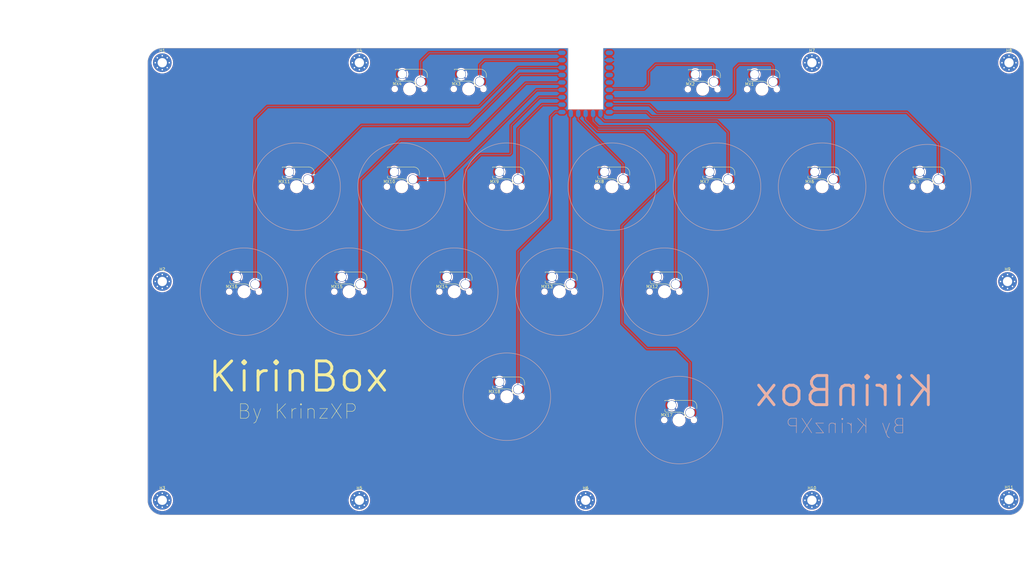
<source format=kicad_pcb>
(kicad_pcb (version 20221018) (generator pcbnew)
  (layers (0 "F.Cu" signal) (31 "B.Cu" signal) (34 "B.Paste" user) (35 "F.Paste" user) (36 "B.SilkS" user "B.Silkscreen") (37 "F.SilkS" user "F.Silkscreen") (38 "B.Mask" user) (39 "F.Mask" user) (44 "Edge.Cuts" user))
  (net 0 "")
  (net 1 "A2")
  (net 2 "GND")
  (net 3 "LEFT")
  (net 4 "DOWN")
  (net 5 "RIGHT")
  (net 6 "B4")
  (net 7 "L1")
  (net 8 "L2")
  (net 9 "L3")
  (net 10 "B3")
  (net 11 "B2")
  (net 12 "R1")
  (net 13 "R2")
  (net 14 "R3")
  (net 15 "UP")
  (net 16 "B1")
  (net 17 "S1")
  (net 18 "A1")
  (net 19 "S2")
  (footprint "PCM_marbastlib-mx:SW_MX_HS_CPG151101S11_1u" (layer "F.Cu") (at 326.5 239)
    (fp_text reference "MX13" (at -4.25 -1.75) (layer "F.SilkS"))
    (fp_text value "MX_SW_HS")
    (pad "" np_thru_hole circle (at -5.08 0) (size 1.75 1.75) (drill 1.75) (layers "*.Cu" "*.Mask"))
    (pad "" np_thru_hole circle (at 0 0) (size 3.9878 3.9878) (drill 3.9878) (layers "*.Cu" "*.Mask"))
    (pad "" np_thru_hole circle (at 5.08 0) (size 1.75 1.75) (drill 1.75) (layers "*.Cu" "*.Mask"))
    (pad "1" thru_hole circle (at 3.81 -2.54) (size 3.3 3.3) (drill 3) (layers "*.Cu" "*.Mask") (net 10 "B3"))
    (pad "1" smd rect (at 5.635 -2.54 180) (size 1.65 2.5) (layers "F.Cu") (net 10 "B3"))
    (pad "1" smd roundrect (at 7.36 -2.54) (size 2.55 2.5) (layers "F.Cu" "F.Paste" "F.Mask") (roundrect_rratio 0.1) (net 10 "B3"))
    (pad "2" smd roundrect (at -6.09 -5.08) (size 2.55 2.5) (layers "F.Cu" "F.Paste" "F.Mask") (roundrect_rratio 0.1) (net 2 "GND"))
    (pad "2" smd rect (at -4.34 -5.08) (size 1.65 2.5) (layers "F.Cu") (net 2 "GND"))
    (pad "2" thru_hole circle (at -2.54 -5.08) (size 3.3 3.3) (drill 3) (layers "*.Cu" "*.Mask") (net 2 "GND"))
  )
  (footprint "PCM_marbastlib-mx:SW_MX_HS_CPG151101S11_1u" (layer "F.Cu") (at 367.5 283)
    (fp_text reference "MX17" (at -4.25 -1.75) (layer "F.SilkS"))
    (fp_text value "MX_SW_HS")
    (pad "" np_thru_hole circle (at -5.08 0) (size 1.75 1.75) (drill 1.75) (layers "*.Cu" "*.Mask"))
    (pad "" np_thru_hole circle (at 0 0) (size 3.9878 3.9878) (drill 3.9878) (layers "*.Cu" "*.Mask"))
    (pad "" np_thru_hole circle (at 5.08 0) (size 1.75 1.75) (drill 1.75) (layers "*.Cu" "*.Mask"))
    (pad "1" thru_hole circle (at 3.81 -2.54) (size 3.3 3.3) (drill 3) (layers "*.Cu" "*.Mask") (net 15 "UP"))
    (pad "1" smd rect (at 5.635 -2.54 180) (size 1.65 2.5) (layers "F.Cu") (net 15 "UP"))
    (pad "1" smd roundrect (at 7.36 -2.54) (size 2.55 2.5) (layers "F.Cu" "F.Paste" "F.Mask") (roundrect_rratio 0.1) (net 15 "UP"))
    (pad "2" smd roundrect (at -6.09 -5.08) (size 2.55 2.5) (layers "F.Cu" "F.Paste" "F.Mask") (roundrect_rratio 0.1) (net 2 "GND"))
    (pad "2" smd rect (at -4.34 -5.08) (size 1.65 2.5) (layers "F.Cu") (net 2 "GND"))
    (pad "2" thru_hole circle (at -2.54 -5.08) (size 3.3 3.3) (drill 3) (layers "*.Cu" "*.Mask") (net 2 "GND"))
  )
  (footprint "MountingHole:MountingHole_3.2mm_M3_Pad_Via" (layer "F.Cu") (at 190.5 235.5)
    (fp_text reference "H2" (at 0 -4.2) (layer "F.SilkS"))
    (fp_text value "MountingHole")
    (pad "1" thru_hole circle (at -2.4 0) (size 0.8 0.8) (drill 0.5) (layers "*.Cu" "*.Mask"))
    (pad "1" thru_hole circle (at -1.697056 -1.697056) (size 0.8 0.8) (drill 0.5) (layers "*.Cu" "*.Mask"))
    (pad "1" thru_hole circle (at -1.697056 1.697056) (size 0.8 0.8) (drill 0.5) (layers "*.Cu" "*.Mask"))
    (pad "1" thru_hole circle (at 0 -2.4) (size 0.8 0.8) (drill 0.5) (layers "*.Cu" "*.Mask"))
    (pad "1" thru_hole circle (at 0 0) (size 6.4 6.4) (drill 3.2) (layers "*.Cu" "*.Mask"))
    (pad "1" thru_hole circle (at 0 2.4) (size 0.8 0.8) (drill 0.5) (layers "*.Cu" "*.Mask"))
    (pad "1" thru_hole circle (at 1.697056 -1.697056) (size 0.8 0.8) (drill 0.5) (layers "*.Cu" "*.Mask"))
    (pad "1" thru_hole circle (at 1.697056 1.697056) (size 0.8 0.8) (drill 0.5) (layers "*.Cu" "*.Mask"))
    (pad "1" thru_hole circle (at 2.4 0) (size 0.8 0.8) (drill 0.5) (layers "*.Cu" "*.Mask"))
  )
  (footprint "PCM_marbastlib-mx:SW_MX_HS_CPG151101S11_1u" (layer "F.Cu") (at 272.5 203)
    (fp_text reference "MX10" (at -4.25 -1.75) (layer "F.SilkS"))
    (fp_text value "MX_SW_HS")
    (pad "" np_thru_hole circle (at -5.08 0) (size 1.75 1.75) (drill 1.75) (layers "*.Cu" "*.Mask"))
    (pad "" np_thru_hole circle (at 0 0) (size 3.9878 3.9878) (drill 3.9878) (layers "*.Cu" "*.Mask"))
    (pad "" np_thru_hole circle (at 5.08 0) (size 1.75 1.75) (drill 1.75) (layers "*.Cu" "*.Mask"))
    (pad "1" thru_hole circle (at 3.81 -2.54) (size 3.3 3.3) (drill 3) (layers "*.Cu" "*.Mask") (net 7 "L1"))
    (pad "1" smd rect (at 5.635 -2.54 180) (size 1.65 2.5) (layers "F.Cu") (net 7 "L1"))
    (pad "1" smd roundrect (at 7.36 -2.54) (size 2.55 2.5) (layers "F.Cu" "F.Paste" "F.Mask") (roundrect_rratio 0.1) (net 7 "L1"))
    (pad "2" smd roundrect (at -6.09 -5.08) (size 2.55 2.5) (layers "F.Cu" "F.Paste" "F.Mask") (roundrect_rratio 0.1) (net 2 "GND"))
    (pad "2" smd rect (at -4.34 -5.08) (size 1.65 2.5) (layers "F.Cu") (net 2 "GND"))
    (pad "2" thru_hole circle (at -2.54 -5.08) (size 3.3 3.3) (drill 3) (layers "*.Cu" "*.Mask") (net 2 "GND"))
  )
  (footprint "PCM_marbastlib-mx:SW_MX_HS_CPG151101S11_1u" (layer "F.Cu") (at 416.5 203)
    (fp_text reference "MX6" (at -4.25 -1.75) (layer "F.SilkS"))
    (fp_text value "MX_SW_HS")
    (pad "" np_thru_hole circle (at -5.08 0) (size 1.75 1.75) (drill 1.75) (layers "*.Cu" "*.Mask"))
    (pad "" np_thru_hole circle (at 0 0) (size 3.9878 3.9878) (drill 3.9878) (layers "*.Cu" "*.Mask"))
    (pad "" np_thru_hole circle (at 5.08 0) (size 1.75 1.75) (drill 1.75) (layers "*.Cu" "*.Mask"))
    (pad "1" thru_hole circle (at 3.81 -2.54) (size 3.3 3.3) (drill 3) (layers "*.Cu" "*.Mask") (net 3 "LEFT"))
    (pad "1" smd rect (at 5.635 -2.54 180) (size 1.65 2.5) (layers "F.Cu") (net 3 "LEFT"))
    (pad "1" smd roundrect (at 7.36 -2.54) (size 2.55 2.5) (layers "F.Cu" "F.Paste" "F.Mask") (roundrect_rratio 0.1) (net 3 "LEFT"))
    (pad "2" smd roundrect (at -6.09 -5.08) (size 2.55 2.5) (layers "F.Cu" "F.Paste" "F.Mask") (roundrect_rratio 0.1) (net 2 "GND"))
    (pad "2" smd rect (at -4.34 -5.08) (size 1.65 2.5) (layers "F.Cu") (net 2 "GND"))
    (pad "2" thru_hole circle (at -2.54 -5.08) (size 3.3 3.3) (drill 3) (layers "*.Cu" "*.Mask") (net 2 "GND"))
  )
  (footprint "PCM_marbastlib-mx:SW_MX_HS_CPG151101S11_1u" (layer "F.Cu") (at 344.5 203)
    (fp_text reference "MX8" (at -4.25 -1.75) (layer "F.SilkS"))
    (fp_text value "MX_SW_HS")
    (pad "" np_thru_hole circle (at -5.08 0) (size 1.75 1.75) (drill 1.75) (layers "*.Cu" "*.Mask"))
    (pad "" np_thru_hole circle (at 0 0) (size 3.9878 3.9878) (drill 3.9878) (layers "*.Cu" "*.Mask"))
    (pad "" np_thru_hole circle (at 5.08 0) (size 1.75 1.75) (drill 1.75) (layers "*.Cu" "*.Mask"))
    (pad "1" thru_hole circle (at 3.81 -2.54) (size 3.3 3.3) (drill 3) (layers "*.Cu" "*.Mask") (net 14 "R3"))
    (pad "1" smd rect (at 5.635 -2.54 180) (size 1.65 2.5) (layers "F.Cu") (net 14 "R3"))
    (pad "1" smd roundrect (at 7.36 -2.54) (size 2.55 2.5) (layers "F.Cu" "F.Paste" "F.Mask") (roundrect_rratio 0.1) (net 14 "R3"))
    (pad "2" smd roundrect (at -6.09 -5.08) (size 2.55 2.5) (layers "F.Cu" "F.Paste" "F.Mask") (roundrect_rratio 0.1) (net 2 "GND"))
    (pad "2" smd rect (at -4.34 -5.08) (size 1.65 2.5) (layers "F.Cu") (net 2 "GND"))
    (pad "2" thru_hole circle (at -2.54 -5.08) (size 3.3 3.3) (drill 3) (layers "*.Cu" "*.Mask") (net 2 "GND"))
  )
  (footprint "MountingHole:MountingHole_3.2mm_M3_Pad_Via" (layer "F.Cu") (at 480.5 160.5)
    (fp_text reference "H8" (at 0 -4.2) (layer "F.SilkS"))
    (fp_text value "MountingHole")
    (pad "1" thru_hole circle (at -2.4 0) (size 0.8 0.8) (drill 0.5) (layers "*.Cu" "*.Mask"))
    (pad "1" thru_hole circle (at -1.697056 -1.697056) (size 0.8 0.8) (drill 0.5) (layers "*.Cu" "*.Mask"))
    (pad "1" thru_hole circle (at -1.697056 1.697056) (size 0.8 0.8) (drill 0.5) (layers "*.Cu" "*.Mask"))
    (pad "1" thru_hole circle (at 0 -2.4) (size 0.8 0.8) (drill 0.5) (layers "*.Cu" "*.Mask"))
    (pad "1" thru_hole circle (at 0 0) (size 6.4 6.4) (drill 3.2) (layers "*.Cu" "*.Mask"))
    (pad "1" thru_hole circle (at 0 2.4) (size 0.8 0.8) (drill 0.5) (layers "*.Cu" "*.Mask"))
    (pad "1" thru_hole circle (at 1.697056 -1.697056) (size 0.8 0.8) (drill 0.5) (layers "*.Cu" "*.Mask"))
    (pad "1" thru_hole circle (at 1.697056 1.697056) (size 0.8 0.8) (drill 0.5) (layers "*.Cu" "*.Mask"))
    (pad "1" thru_hole circle (at 2.4 0) (size 0.8 0.8) (drill 0.5) (layers "*.Cu" "*.Mask"))
  )
  (footprint "MountingHole:MountingHole_3.2mm_M3_Pad_Via" (layer "F.Cu") (at 190.5 310.5)
    (fp_text reference "H3" (at 0 -4.2) (layer "F.SilkS"))
    (fp_text value "MountingHole")
    (pad "1" thru_hole circle (at -2.4 0) (size 0.8 0.8) (drill 0.5) (layers "*.Cu" "*.Mask"))
    (pad "1" thru_hole circle (at -1.697056 -1.697056) (size 0.8 0.8) (drill 0.5) (layers "*.Cu" "*.Mask"))
    (pad "1" thru_hole circle (at -1.697056 1.697056) (size 0.8 0.8) (drill 0.5) (layers "*.Cu" "*.Mask"))
    (pad "1" thru_hole circle (at 0 -2.4) (size 0.8 0.8) (drill 0.5) (layers "*.Cu" "*.Mask"))
    (pad "1" thru_hole circle (at 0 0) (size 6.4 6.4) (drill 3.2) (layers "*.Cu" "*.Mask"))
    (pad "1" thru_hole circle (at 0 2.4) (size 0.8 0.8) (drill 0.5) (layers "*.Cu" "*.Mask"))
    (pad "1" thru_hole circle (at 1.697056 -1.697056) (size 0.8 0.8) (drill 0.5) (layers "*.Cu" "*.Mask"))
    (pad "1" thru_hole circle (at 1.697056 1.697056) (size 0.8 0.8) (drill 0.5) (layers "*.Cu" "*.Mask"))
    (pad "1" thru_hole circle (at 2.4 0) (size 0.8 0.8) (drill 0.5) (layers "*.Cu" "*.Mask"))
  )
  (footprint "PCM_marbastlib-mx:SW_MX_HS_CPG151101S11_1u" (layer "F.Cu") (at 395.88 169.58)
    (fp_text reference "MX1" (at -4.25 -1.75) (layer "F.SilkS"))
    (fp_text value "MX_SW_HS")
    (pad "" np_thru_hole circle (at -5.08 0) (size 1.75 1.75) (drill 1.75) (layers "*.Cu" "*.Mask"))
    (pad "" np_thru_hole circle (at 0 0) (size 3.9878 3.9878) (drill 3.9878) (layers "*.Cu" "*.Mask"))
    (pad "" np_thru_hole circle (at 5.08 0) (size 1.75 1.75) (drill 1.75) (layers "*.Cu" "*.Mask"))
    (pad "1" thru_hole circle (at 3.81 -2.54) (size 3.3 3.3) (drill 3) (layers "*.Cu" "*.Mask") (net 17 "S1"))
    (pad "1" smd rect (at 5.635 -2.54 180) (size 1.65 2.5) (layers "F.Cu") (net 17 "S1"))
    (pad "1" smd roundrect (at 7.36 -2.54) (size 2.55 2.5) (layers "F.Cu" "F.Paste" "F.Mask") (roundrect_rratio 0.1) (net 17 "S1"))
    (pad "2" smd roundrect (at -6.09 -5.08) (size 2.55 2.5) (layers "F.Cu" "F.Paste" "F.Mask") (roundrect_rratio 0.1) (net 2 "GND"))
    (pad "2" smd rect (at -4.34 -5.08) (size 1.65 2.5) (layers "F.Cu") (net 2 "GND"))
    (pad "2" thru_hole circle (at -2.54 -5.08) (size 3.3 3.3) (drill 3) (layers "*.Cu" "*.Mask") (net 2 "GND"))
  )
  (footprint "MountingHole:MountingHole_3.2mm_M3_Pad_Via" (layer "F.Cu") (at 258 310.5)
    (fp_text reference "H5" (at 0 -4.2) (layer "F.SilkS"))
    (fp_text value "MountingHole")
    (pad "1" thru_hole circle (at -2.4 0) (size 0.8 0.8) (drill 0.5) (layers "*.Cu" "*.Mask"))
    (pad "1" thru_hole circle (at -1.697056 -1.697056) (size 0.8 0.8) (drill 0.5) (layers "*.Cu" "*.Mask"))
    (pad "1" thru_hole circle (at -1.697056 1.697056) (size 0.8 0.8) (drill 0.5) (layers "*.Cu" "*.Mask"))
    (pad "1" thru_hole circle (at 0 -2.4) (size 0.8 0.8) (drill 0.5) (layers "*.Cu" "*.Mask"))
    (pad "1" thru_hole circle (at 0 0) (size 6.4 6.4) (drill 3.2) (layers "*.Cu" "*.Mask"))
    (pad "1" thru_hole circle (at 0 2.4) (size 0.8 0.8) (drill 0.5) (layers "*.Cu" "*.Mask"))
    (pad "1" thru_hole circle (at 1.697056 -1.697056) (size 0.8 0.8) (drill 0.5) (layers "*.Cu" "*.Mask"))
    (pad "1" thru_hole circle (at 1.697056 1.697056) (size 0.8 0.8) (drill 0.5) (layers "*.Cu" "*.Mask"))
    (pad "1" thru_hole circle (at 2.4 0) (size 0.8 0.8) (drill 0.5) (layers "*.Cu" "*.Mask"))
  )
  (footprint "PCM_marbastlib-mx:SW_MX_HS_CPG151101S11_1u" (layer "F.Cu") (at 380.5 203)
    (fp_text reference "MX7" (at -4.25 -1.75) (layer "F.SilkS"))
    (fp_text value "MX_SW_HS")
    (pad "" np_thru_hole circle (at -5.08 0) (size 1.75 1.75) (drill 1.75) (layers "*.Cu" "*.Mask"))
    (pad "" np_thru_hole circle (at 0 0) (size 3.9878 3.9878) (drill 3.9878) (layers "*.Cu" "*.Mask"))
    (pad "" np_thru_hole circle (at 5.08 0) (size 1.75 1.75) (drill 1.75) (layers "*.Cu" "*.Mask"))
    (pad "1" thru_hole circle (at 3.81 -2.54) (size 3.3 3.3) (drill 3) (layers "*.Cu" "*.Mask") (net 4 "DOWN"))
    (pad "1" smd rect (at 5.635 -2.54 180) (size 1.65 2.5) (layers "F.Cu") (net 4 "DOWN"))
    (pad "1" smd roundrect (at 7.36 -2.54) (size 2.55 2.5) (layers "F.Cu" "F.Paste" "F.Mask") (roundrect_rratio 0.1) (net 4 "DOWN"))
    (pad "2" smd roundrect (at -6.09 -5.08) (size 2.55 2.5) (layers "F.Cu" "F.Paste" "F.Mask") (roundrect_rratio 0.1) (net 2 "GND"))
    (pad "2" smd rect (at -4.34 -5.08) (size 1.65 2.5) (layers "F.Cu") (net 2 "GND"))
    (pad "2" thru_hole circle (at -2.54 -5.08) (size 3.3 3.3) (drill 3) (layers "*.Cu" "*.Mask") (net 2 "GND"))
  )
  (footprint "PCM_marbastlib-mx:SW_MX_HS_CPG151101S11_1u" (layer "F.Cu") (at 236.5 203)
    (fp_text reference "MX11" (at -4.25 -1.75) (layer "F.SilkS"))
    (fp_text value "MX_SW_HS")
    (pad "" np_thru_hole circle (at -5.08 0) (size 1.75 1.75) (drill 1.75) (layers "*.Cu" "*.Mask"))
    (pad "" np_thru_hole circle (at 0 0) (size 3.9878 3.9878) (drill 3.9878) (layers "*.Cu" "*.Mask"))
    (pad "" np_thru_hole circle (at 5.08 0) (size 1.75 1.75) (drill 1.75) (layers "*.Cu" "*.Mask"))
    (pad "1" thru_hole circle (at 3.81 -2.54) (size 3.3 3.3) (drill 3) (layers "*.Cu" "*.Mask") (net 12 "R1"))
    (pad "1" smd rect (at 5.635 -2.54 180) (size 1.65 2.5) (layers "F.Cu") (net 12 "R1"))
    (pad "1" smd roundrect (at 7.36 -2.54) (size 2.55 2.5) (layers "F.Cu" "F.Paste" "F.Mask") (roundrect_rratio 0.1) (net 12 "R1"))
    (pad "2" smd roundrect (at -6.09 -5.08) (size 2.55 2.5) (layers "F.Cu" "F.Paste" "F.Mask") (roundrect_rratio 0.1) (net 2 "GND"))
    (pad "2" smd rect (at -4.34 -5.08) (size 1.65 2.5) (layers "F.Cu") (net 2 "GND"))
    (pad "2" thru_hole circle (at -2.54 -5.08) (size 3.3 3.3) (drill 3) (layers "*.Cu" "*.Mask") (net 2 "GND"))
  )
  (footprint "PCM_marbastlib-mx:SW_MX_HS_CPG151101S11_1u" (layer "F.Cu") (at 362.5 239)
    (fp_text reference "MX12" (at -4.25 -1.75) (layer "F.SilkS"))
    (fp_text value "MX_SW_HS")
    (pad "" np_thru_hole circle (at -5.08 0) (size 1.75 1.75) (drill 1.75) (layers "*.Cu" "*.Mask"))
    (pad "" np_thru_hole circle (at 0 0) (size 3.9878 3.9878) (drill 3.9878) (layers "*.Cu" "*.Mask"))
    (pad "" np_thru_hole circle (at 5.08 0) (size 1.75 1.75) (drill 1.75) (layers "*.Cu" "*.Mask"))
    (pad "1" thru_hole circle (at 3.81 -2.54) (size 3.3 3.3) (drill 3) (layers "*.Cu" "*.Mask") (net 5 "RIGHT"))
    (pad "1" smd rect (at 5.635 -2.54 180) (size 1.65 2.5) (layers "F.Cu") (net 5 "RIGHT"))
    (pad "1" smd roundrect (at 7.36 -2.54) (size 2.55 2.5) (layers "F.Cu" "F.Paste" "F.Mask") (roundrect_rratio 0.1) (net 5 "RIGHT"))
    (pad "2" smd roundrect (at -6.09 -5.08) (size 2.55 2.5) (layers "F.Cu" "F.Paste" "F.Mask") (roundrect_rratio 0.1) (net 2 "GND"))
    (pad "2" smd rect (at -4.34 -5.08) (size 1.65 2.5) (layers "F.Cu") (net 2 "GND"))
    (pad "2" thru_hole circle (at -2.54 -5.08) (size 3.3 3.3) (drill 3) (layers "*.Cu" "*.Mask") (net 2 "GND"))
  )
  (footprint "MountingHole:MountingHole_3.2mm_M3_Pad_Via" (layer "F.Cu") (at 413 310.5)
    (fp_text reference "H10" (at 0 -4.2) (layer "F.SilkS"))
    (fp_text value "MountingHole")
    (pad "1" thru_hole circle (at -2.4 0) (size 0.8 0.8) (drill 0.5) (layers "*.Cu" "*.Mask"))
    (pad "1" thru_hole circle (at -1.697056 -1.697056) (size 0.8 0.8) (drill 0.5) (layers "*.Cu" "*.Mask"))
    (pad "1" thru_hole circle (at -1.697056 1.697056) (size 0.8 0.8) (drill 0.5) (layers "*.Cu" "*.Mask"))
    (pad "1" thru_hole circle (at 0 -2.4) (size 0.8 0.8) (drill 0.5) (layers "*.Cu" "*.Mask"))
    (pad "1" thru_hole circle (at 0 0) (size 6.4 6.4) (drill 3.2) (layers "*.Cu" "*.Mask"))
    (pad "1" thru_hole circle (at 0 2.4) (size 0.8 0.8) (drill 0.5) (layers "*.Cu" "*.Mask"))
    (pad "1" thru_hole circle (at 1.697056 -1.697056) (size 0.8 0.8) (drill 0.5) (layers "*.Cu" "*.Mask"))
    (pad "1" thru_hole circle (at 1.697056 1.697056) (size 0.8 0.8) (drill 0.5) (layers "*.Cu" "*.Mask"))
    (pad "1" thru_hole circle (at 2.4 0) (size 0.8 0.8) (drill 0.5) (layers "*.Cu" "*.Mask"))
  )
  (footprint "MountingHole:MountingHole_3.2mm_M3_Pad_Via" (layer "F.Cu") (at 335.5 310.5)
    (fp_text reference "H6" (at 0 -4.2) (layer "F.SilkS"))
    (fp_text value "MountingHole")
    (pad "1" thru_hole circle (at -2.4 0) (size 0.8 0.8) (drill 0.5) (layers "*.Cu" "*.Mask"))
    (pad "1" thru_hole circle (at -1.697056 -1.697056) (size 0.8 0.8) (drill 0.5) (layers "*.Cu" "*.Mask"))
    (pad "1" thru_hole circle (at -1.697056 1.697056) (size 0.8 0.8) (drill 0.5) (layers "*.Cu" "*.Mask"))
    (pad "1" thru_hole circle (at 0 -2.4) (size 0.8 0.8) (drill 0.5) (layers "*.Cu" "*.Mask"))
    (pad "1" thru_hole circle (at 0 0) (size 6.4 6.4) (drill 3.2) (layers "*.Cu" "*.Mask"))
    (pad "1" thru_hole circle (at 0 2.4) (size 0.8 0.8) (drill 0.5) (layers "*.Cu" "*.Mask"))
    (pad "1" thru_hole circle (at 1.697056 -1.697056) (size 0.8 0.8) (drill 0.5) (layers "*.Cu" "*.Mask"))
    (pad "1" thru_hole circle (at 1.697056 1.697056) (size 0.8 0.8) (drill 0.5) (layers "*.Cu" "*.Mask"))
    (pad "1" thru_hole circle (at 2.4 0) (size 0.8 0.8) (drill 0.5) (layers "*.Cu" "*.Mask"))
  )
  (footprint "MountingHole:MountingHole_3.2mm_M3_Pad_Via" (layer "F.Cu") (at 480.5 310.25)
    (fp_text reference "H11" (at 0 -4.2) (layer "F.SilkS"))
    (fp_text value "MountingHole")
    (pad "1" thru_hole circle (at -2.4 0) (size 0.8 0.8) (drill 0.5) (layers "*.Cu" "*.Mask"))
    (pad "1" thru_hole circle (at -1.697056 -1.697056) (size 0.8 0.8) (drill 0.5) (layers "*.Cu" "*.Mask"))
    (pad "1" thru_hole circle (at -1.697056 1.697056) (size 0.8 0.8) (drill 0.5) (layers "*.Cu" "*.Mask"))
    (pad "1" thru_hole circle (at 0 -2.4) (size 0.8 0.8) (drill 0.5) (layers "*.Cu" "*.Mask"))
    (pad "1" thru_hole circle (at 0 0) (size 6.4 6.4) (drill 3.2) (layers "*.Cu" "*.Mask"))
    (pad "1" thru_hole circle (at 0 2.4) (size 0.8 0.8) (drill 0.5) (layers "*.Cu" "*.Mask"))
    (pad "1" thru_hole circle (at 1.697056 -1.697056) (size 0.8 0.8) (drill 0.5) (layers "*.Cu" "*.Mask"))
    (pad "1" thru_hole circle (at 1.697056 1.697056) (size 0.8 0.8) (drill 0.5) (layers "*.Cu" "*.Mask"))
    (pad "1" thru_hole circle (at 2.4 0) (size 0.8 0.8) (drill 0.5) (layers "*.Cu" "*.Mask"))
  )
  (footprint "PCM_marbastlib-mx:SW_MX_HS_CPG151101S11_1u" (layer "F.Cu") (at 275.2 169.5)
    (fp_text reference "MX4" (at -4.25 -1.75) (layer "F.SilkS"))
    (fp_text value "MX_SW_HS")
    (pad "" np_thru_hole circle (at -5.08 0) (size 1.75 1.75) (drill 1.75) (layers "*.Cu" "*.Mask"))
    (pad "" np_thru_hole circle (at 0 0) (size 3.9878 3.9878) (drill 3.9878) (layers "*.Cu" "*.Mask"))
    (pad "" np_thru_hole circle (at 5.08 0) (size 1.75 1.75) (drill 1.75) (layers "*.Cu" "*.Mask"))
    (pad "1" thru_hole circle (at 3.81 -2.54) (size 3.3 3.3) (drill 3) (layers "*.Cu" "*.Mask") (net 19 "S2"))
    (pad "1" smd rect (at 5.635 -2.54 180) (size 1.65 2.5) (layers "F.Cu") (net 19 "S2"))
    (pad "1" smd roundrect (at 7.36 -2.54) (size 2.55 2.5) (layers "F.Cu" "F.Paste" "F.Mask") (roundrect_rratio 0.1) (net 19 "S2"))
    (pad "2" smd roundrect (at -6.09 -5.08) (size 2.55 2.5) (layers "F.Cu" "F.Paste" "F.Mask") (roundrect_rratio 0.1) (net 2 "GND"))
    (pad "2" smd rect (at -4.34 -5.08) (size 1.65 2.5) (layers "F.Cu") (net 2 "GND"))
    (pad "2" thru_hole circle (at -2.54 -5.08) (size 3.3 3.3) (drill 3) (layers "*.Cu" "*.Mask") (net 2 "GND"))
  )
  (footprint "PCM_marbastlib-mx:SW_MX_HS_CPG151101S11_1u" (layer "F.Cu") (at 308.5 275)
    (fp_text reference "MX18" (at -4.25 -1.75) (layer "F.SilkS"))
    (fp_text value "MX_SW_HS")
    (pad "" np_thru_hole circle (at -5.08 0) (size 1.75 1.75) (drill 1.75) (layers "*.Cu" "*.Mask"))
    (pad "" np_thru_hole circle (at 0 0) (size 3.9878 3.9878) (drill 3.9878) (layers "*.Cu" "*.Mask"))
    (pad "" np_thru_hole circle (at 5.08 0) (size 1.75 1.75) (drill 1.75) (layers "*.Cu" "*.Mask"))
    (pad "1" thru_hole circle (at 3.81 -2.54) (size 3.3 3.3) (drill 3) (layers "*.Cu" "*.Mask") (net 16 "B1"))
    (pad "1" smd rect (at 5.635 -2.54 180) (size 1.65 2.5) (layers "F.Cu") (net 16 "B1"))
    (pad "1" smd roundrect (at 7.36 -2.54) (size 2.55 2.5) (layers "F.Cu" "F.Paste" "F.Mask") (roundrect_rratio 0.1) (net 16 "B1"))
    (pad "2" smd roundrect (at -6.09 -5.08) (size 2.55 2.5) (layers "F.Cu" "F.Paste" "F.Mask") (roundrect_rratio 0.1) (net 2 "GND"))
    (pad "2" smd rect (at -4.34 -5.08) (size 1.65 2.5) (layers "F.Cu") (net 2 "GND"))
    (pad "2" thru_hole circle (at -2.54 -5.08) (size 3.3 3.3) (drill 3) (layers "*.Cu" "*.Mask") (net 2 "GND"))
  )
  (footprint "MountingHole:MountingHole_3.2mm_M3_Pad_Via" (layer "F.Cu") (at 258 160.5)
    (fp_text reference "H4" (at 0 -4.2) (layer "F.SilkS"))
    (fp_text value "MountingHole")
    (pad "1" thru_hole circle (at -2.4 0) (size 0.8 0.8) (drill 0.5) (layers "*.Cu" "*.Mask"))
    (pad "1" thru_hole circle (at -1.697056 -1.697056) (size 0.8 0.8) (drill 0.5) (layers "*.Cu" "*.Mask"))
    (pad "1" thru_hole circle (at -1.697056 1.697056) (size 0.8 0.8) (drill 0.5) (layers "*.Cu" "*.Mask"))
    (pad "1" thru_hole circle (at 0 -2.4) (size 0.8 0.8) (drill 0.5) (layers "*.Cu" "*.Mask"))
    (pad "1" thru_hole circle (at 0 0) (size 6.4 6.4) (drill 3.2) (layers "*.Cu" "*.Mask"))
    (pad "1" thru_hole circle (at 0 2.4) (size 0.8 0.8) (drill 0.5) (layers "*.Cu" "*.Mask"))
    (pad "1" thru_hole circle (at 1.697056 -1.697056) (size 0.8 0.8) (drill 0.5) (layers "*.Cu" "*.Mask"))
    (pad "1" thru_hole circle (at 1.697056 1.697056) (size 0.8 0.8) (drill 0.5) (layers "*.Cu" "*.Mask"))
    (pad "1" thru_hole circle (at 2.4 0) (size 0.8 0.8) (drill 0.5) (layers "*.Cu" "*.Mask"))
  )
  (footprint "PCM_marbastlib-mx:SW_MX_HS_CPG151101S11_1u" (layer "F.Cu") (at 254.5 239)
    (fp_text reference "MX15" (at -4.25 -1.75) (layer "F.SilkS"))
    (fp_text value "MX_SW_HS")
    (pad "" np_thru_hole circle (at -5.08 0) (size 1.75 1.75) (drill 1.75) (layers "*.Cu" "*.Mask"))
    (pad "" np_thru_hole circle (at 0 0) (size 3.9878 3.9878) (drill 3.9878) (layers "*.Cu" "*.Mask"))
    (pad "" np_thru_hole circle (at 5.08 0) (size 1.75 1.75) (drill 1.75) (layers "*.Cu" "*.Mask"))
    (pad "1" thru_hole circle (at 3.81 -2.54) (size 3.3 3.3) (drill 3) (layers "*.Cu" "*.Mask") (net 8 "L2"))
    (pad "1" smd rect (at 5.635 -2.54 180) (size 1.65 2.5) (layers "F.Cu") (net 8 "L2"))
    (pad "1" smd roundrect (at 7.36 -2.54) (size 2.55 2.5) (layers "F.Cu" "F.Paste" "F.Mask") (roundrect_rratio 0.1) (net 8 "L2"))
    (pad "2" smd roundrect (at -6.09 -5.08) (size 2.55 2.5) (layers "F.Cu" "F.Paste" "F.Mask") (roundrect_rratio 0.1) (net 2 "GND"))
    (pad "2" smd rect (at -4.34 -5.08) (size 1.65 2.5) (layers "F.Cu") (net 2 "GND"))
    (pad "2" thru_hole circle (at -2.54 -5.08) (size 3.3 3.3) (drill 3) (layers "*.Cu" "*.Mask") (net 2 "GND"))
  )
  (footprint "PCM_marbastlib-mx:SW_MX_HS_CPG151101S11_1u" (layer "F.Cu") (at 290.5 239)
    (fp_text reference "MX14" (at -4.25 -1.75) (layer "F.SilkS"))
    (fp_text value "MX_SW_HS")
    (pad "" np_thru_hole circle (at -5.08 0) (size 1.75 1.75) (drill 1.75) (layers "*.Cu" "*.Mask"))
    (pad "" np_thru_hole circle (at 0 0) (size 3.9878 3.9878) (drill 3.9878) (layers "*.Cu" "*.Mask"))
    (pad "" np_thru_hole circle (at 5.08 0) (size 1.75 1.75) (drill 1.75) (layers "*.Cu" "*.Mask"))
    (pad "1" thru_hole circle (at 3.81 -2.54) (size 3.3 3.3) (drill 3) (layers "*.Cu" "*.Mask") (net 11 "B2"))
    (pad "1" smd rect (at 5.635 -2.54 180) (size 1.65 2.5) (layers "F.Cu") (net 11 "B2"))
    (pad "1" smd roundrect (at 7.36 -2.54) (size 2.55 2.5) (layers "F.Cu" "F.Paste" "F.Mask") (roundrect_rratio 0.1) (net 11 "B2"))
    (pad "2" smd roundrect (at -6.09 -5.08) (size 2.55 2.5) (layers "F.Cu" "F.Paste" "F.Mask") (roundrect_rratio 0.1) (net 2 "GND"))
    (pad "2" smd rect (at -4.34 -5.08) (size 1.65 2.5) (layers "F.Cu") (net 2 "GND"))
    (pad "2" thru_hole circle (at -2.54 -5.08) (size 3.3 3.3) (drill 3) (layers "*.Cu" "*.Mask") (net 2 "GND"))
  )
  (footprint "PCM_marbastlib-mx:SW_MX_HS_CPG151101S11_1u" (layer "F.Cu") (at 218.5 239)
    (fp_text reference "MX16" (at -4.25 -1.75) (layer "F.SilkS"))
    (fp_text value "MX_SW_HS")
    (pad "" np_thru_hole circle (at -5.08 0) (size 1.75 1.75) (drill 1.75) (layers "*.Cu" "*.Mask"))
    (pad "" np_thru_hole circle (at 0 0) (size 3.9878 3.9878) (drill 3.9878) (layers "*.Cu" "*.Mask"))
    (pad "" np_thru_hole circle (at 5.08 0) (size 1.75 1.75) (drill 1.75) (layers "*.Cu" "*.Mask"))
    (pad "1" thru_hole circle (at 3.81 -2.54) (size 3.3 3.3) (drill 3) (layers "*.Cu" "*.Mask") (net 13 "R2"))
    (pad "1" smd rect (at 5.635 -2.54 180) (size 1.65 2.5) (layers "F.Cu") (net 13 "R2"))
    (pad "1" smd roundrect (at 7.36 -2.54) (size 2.55 2.5) (layers "F.Cu" "F.Paste" "F.Mask") (roundrect_rratio 0.1) (net 13 "R2"))
    (pad "2" smd roundrect (at -6.09 -5.08) (size 2.55 2.5) (layers "F.Cu" "F.Paste" "F.Mask") (roundrect_rratio 0.1) (net 2 "GND"))
    (pad "2" smd rect (at -4.34 -5.08) (size 1.65 2.5) (layers "F.Cu") (net 2 "GND"))
    (pad "2" thru_hole circle (at -2.54 -5.08) (size 3.3 3.3) (drill 3) (layers "*.Cu" "*.Mask") (net 2 "GND"))
  )
  (footprint "PCM_marbastlib-mx:SW_MX_HS_CPG151101S11_1u" (layer "F.Cu") (at 375.58 169.58)
    (fp_text reference "MX2" (at -4.25 -1.75) (layer "F.SilkS"))
    (fp_text value "MX_SW_HS")
    (pad "" np_thru_hole circle (at -5.08 0) (size 1.75 1.75) (drill 1.75) (layers "*.Cu" "*.Mask"))
    (pad "" np_thru_hole circle (at 0 0) (size 3.9878 3.9878) (drill 3.9878) (layers "*.Cu" "*.Mask"))
    (pad "" np_thru_hole circle (at 5.08 0) (size 1.75 1.75) (drill 1.75) (layers "*.Cu" "*.Mask"))
    (pad "1" thru_hole circle (at 3.81 -2.54) (size 3.3 3.3) (drill 3) (layers "*.Cu" "*.Mask") (net 18 "A1"))
    (pad "1" smd rect (at 5.635 -2.54 180) (size 1.65 2.5) (layers "F.Cu") (net 18 "A1"))
    (pad "1" smd roundrect (at 7.36 -2.54) (size 2.55 2.5) (layers "F.Cu" "F.Paste" "F.Mask") (roundrect_rratio 0.1) (net 18 "A1"))
    (pad "2" smd roundrect (at -6.09 -5.08) (size 2.55 2.5) (layers "F.Cu" "F.Paste" "F.Mask") (roundrect_rratio 0.1) (net 2 "GND"))
    (pad "2" smd rect (at -4.34 -5.08) (size 1.65 2.5) (layers "F.Cu") (net 2 "GND"))
    (pad "2" thru_hole circle (at -2.54 -5.08) (size 3.3 3.3) (drill 3) (layers "*.Cu" "*.Mask") (net 2 "GND"))
  )
  (footprint "MountingHole:MountingHole_3.2mm_M3_Pad_Via" (layer "F.Cu") (at 480 235.5)
    (fp_text reference "H9" (at 0 -4.2) (layer "F.SilkS"))
    (fp_text value "MountingHole")
    (pad "1" thru_hole circle (at -2.4 0) (size 0.8 0.8) (drill 0.5) (layers "*.Cu" "*.Mask"))
    (pad "1" thru_hole circle (at -1.697056 -1.697056) (size 0.8 0.8) (drill 0.5) (layers "*.Cu" "*.Mask"))
    (pad "1" thru_hole circle (at -1.697056 1.697056) (size 0.8 0.8) (drill 0.5) (layers "*.Cu" "*.Mask"))
    (pad "1" thru_hole circle (at 0 -2.4) (size 0.8 0.8) (drill 0.5) (layers "*.Cu" "*.Mask"))
    (pad "1" thru_hole circle (at 0 0) (size 6.4 6.4) (drill 3.2) (layers "*.Cu" "*.Mask"))
    (pad "1" thru_hole circle (at 0 2.4) (size 0.8 0.8) (drill 0.5) (layers "*.Cu" "*.Mask"))
    (pad "1" thru_hole circle (at 1.697056 -1.697056) (size 0.8 0.8) (drill 0.5) (layers "*.Cu" "*.Mask"))
    (pad "1" thru_hole circle (at 1.697056 1.697056) (size 0.8 0.8) (drill 0.5) (layers "*.Cu" "*.Mask"))
    (pad "1" thru_hole circle (at 2.4 0) (size 0.8 0.8) (drill 0.5) (layers "*.Cu" "*.Mask"))
  )
  (footprint "PCM_marbastlib-mx:SW_MX_HS_CPG151101S11_1u" (layer "F.Cu") (at 452.5 203)
    (fp_text reference "MX5" (at -4.25 -1.75) (layer "F.SilkS"))
    (fp_text value "MX_SW_HS")
    (pad "" np_thru_hole circle (at -5.08 0) (size 1.75 1.75) (drill 1.75) (layers "*.Cu" "*.Mask"))
    (pad "" np_thru_hole circle (at 0 0) (size 3.9878 3.9878) (drill 3.9878) (layers "*.Cu" "*.Mask"))
    (pad "" np_thru_hole circle (at 5.08 0) (size 1.75 1.75) (drill 1.75) (layers "*.Cu" "*.Mask"))
    (pad "1" thru_hole circle (at 3.81 -2.54) (size 3.3 3.3) (drill 3) (layers "*.Cu" "*.Mask") (net 9 "L3"))
    (pad "1" smd rect (at 5.635 -2.54 180) (size 1.65 2.5) (layers "F.Cu") (net 9 "L3"))
    (pad "1" smd roundrect (at 7.36 -2.54) (size 2.55 2.5) (layers "F.Cu" "F.Paste" "F.Mask") (roundrect_rratio 0.1) (net 9 "L3"))
    (pad "2" smd roundrect (at -6.09 -5.08) (size 2.55 2.5) (layers "F.Cu" "F.Paste" "F.Mask") (roundrect_rratio 0.1) (net 2 "GND"))
    (pad "2" smd rect (at -4.34 -5.08) (size 1.65 2.5) (layers "F.Cu") (net 2 "GND"))
    (pad "2" thru_hole circle (at -2.54 -5.08) (size 3.3 3.3) (drill 3) (layers "*.Cu" "*.Mask") (net 2 "GND"))
  )
  (footprint "MountingHole:MountingHole_3.2mm_M3_Pad_Via" (layer "F.Cu") (at 190.5 160.5)
    (fp_text reference "H1" (at 0 -4.2) (layer "F.SilkS"))
    (fp_text value "MountingHole")
    (pad "1" thru_hole circle (at -2.4 0) (size 0.8 0.8) (drill 0.5) (layers "*.Cu" "*.Mask"))
    (pad "1" thru_hole circle (at -1.697056 -1.697056) (size 0.8 0.8) (drill 0.5) (layers "*.Cu" "*.Mask"))
    (pad "1" thru_hole circle (at -1.697056 1.697056) (size 0.8 0.8) (drill 0.5) (layers "*.Cu" "*.Mask"))
    (pad "1" thru_hole circle (at 0 -2.4) (size 0.8 0.8) (drill 0.5) (layers "*.Cu" "*.Mask"))
    (pad "1" thru_hole circle (at 0 0) (size 6.4 6.4) (drill 3.2) (layers "*.Cu" "*.Mask"))
    (pad "1" thru_hole circle (at 0 2.4) (size 0.8 0.8) (drill 0.5) (layers "*.Cu" "*.Mask"))
    (pad "1" thru_hole circle (at 1.697056 -1.697056) (size 0.8 0.8) (drill 0.5) (layers "*.Cu" "*.Mask"))
    (pad "1" thru_hole circle (at 1.697056 1.697056) (size 0.8 0.8) (drill 0.5) (layers "*.Cu" "*.Mask"))
    (pad "1" thru_hole circle (at 2.4 0) (size 0.8 0.8) (drill 0.5) (layers "*.Cu" "*.Mask"))
  )
  (footprint "PCM_marbastlib-mx:SW_MX_HS_CPG151101S11_1u" (layer "F.Cu") (at 308.5 203)
    (fp_text reference "MX9" (at -4.25 -1.75) (layer "F.SilkS"))
    (fp_text value "MX_SW_HS")
    (pad "" np_thru_hole circle (at -5.08 0) (size 1.75 1.75) (drill 1.75) (layers "*.Cu" "*.Mask"))
    (pad "" np_thru_hole circle (at 0 0) (size 3.9878 3.9878) (drill 3.9878) (layers "*.Cu" "*.Mask"))
    (pad "" np_thru_hole circle (at 5.08 0) (size 1.75 1.75) (drill 1.75) (layers "*.Cu" "*.Mask"))
    (pad "1" thru_hole circle (at 3.81 -2.54) (size 3.3 3.3) (drill 3) (layers "*.Cu" "*.Mask") (net 6 "B4"))
    (pad "1" smd rect (at 5.635 -2.54 180) (size 1.65 2.5) (layers "F.Cu") (net 6 "B4"))
    (pad "1" smd roundrect (at 7.36 -2.54) (size 2.55 2.5) (layers "F.Cu" "F.Paste" "F.Mask") (roundrect_rratio 0.1) (net 6 "B4"))
    (pad "2" smd roundrect (at -6.09 -5.08) (size 2.55 2.5) (layers "F.Cu" "F.Paste" "F.Mask") (roundrect_rratio 0.1) (net 2 "GND"))
    (pad "2" smd rect (at -4.34 -5.08) (size 1.65 2.5) (layers "F.Cu") (net 2 "GND"))
    (pad "2" thru_hole circle (at -2.54 -5.08) (size 3.3 3.3) (drill 3) (layers "*.Cu" "*.Mask") (net 2 "GND"))
  )
  (footprint "MountingHole:MountingHole_3.2mm_M3_Pad_Via" (layer "F.Cu") (at 413 160.5)
    (fp_text reference "H7" (at 0 -4.2) (layer "F.SilkS"))
    (fp_text value "MountingHole")
    (pad "1" thru_hole circle (at -2.4 0) (size 0.8 0.8) (drill 0.5) (layers "*.Cu" "*.Mask"))
    (pad "1" thru_hole circle (at -1.697056 -1.697056) (size 0.8 0.8) (drill 0.5) (layers "*.Cu" "*.Mask"))
    (pad "1" thru_hole circle (at -1.697056 1.697056) (size 0.8 0.8) (drill 0.5) (layers "*.Cu" "*.Mask"))
    (pad "1" thru_hole circle (at 0 -2.4) (size 0.8 0.8) (drill 0.5) (layers "*.Cu" "*.Mask"))
    (pad "1" thru_hole circle (at 0 0) (size 6.4 6.4) (drill 3.2) (layers "*.Cu" "*.Mask"))
    (pad "1" thru_hole circle (at 0 2.4) (size 0.8 0.8) (drill 0.5) (layers "*.Cu" "*.Mask"))
    (pad "1" thru_hole circle (at 1.697056 -1.697056) (size 0.8 0.8) (drill 0.5) (layers "*.Cu" "*.Mask"))
    (pad "1" thru_hole circle (at 1.697056 1.697056) (size 0.8 0.8) (drill 0.5) (layers "*.Cu" "*.Mask"))
    (pad "1" thru_hole circle (at 2.4 0) (size 0.8 0.8) (drill 0.5) (layers "*.Cu" "*.Mask"))
  )
  (footprint "PCM_marbastlib-mx:SW_MX_HS_CPG151101S11_1u" (layer "F.Cu") (at 295.42 169.5)
    (fp_text reference "MX3" (at -4.25 -1.75) (layer "F.SilkS"))
    (fp_text value "MX_SW_HS")
    (pad "" np_thru_hole circle (at -5.08 0) (size 1.75 1.75) (drill 1.75) (layers "*.Cu" "*.Mask"))
    (pad "" np_thru_hole circle (at 0 0) (size 3.9878 3.9878) (drill 3.9878) (layers "*.Cu" "*.Mask"))
    (pad "" np_thru_hole circle (at 5.08 0) (size 1.75 1.75) (drill 1.75) (layers "*.Cu" "*.Mask"))
    (pad "1" thru_hole circle (at 3.81 -2.54) (size 3.3 3.3) (drill 3) (layers "*.Cu" "*.Mask") (net 1 "A2"))
    (pad "1" smd rect (at 5.635 -2.54 180) (size 1.65 2.5) (layers "F.Cu") (net 1 "A2"))
    (pad "1" smd roundrect (at 7.36 -2.54) (size 2.55 2.5) (layers "F.Cu" "F.Paste" "F.Mask") (roundrect_rratio 0.1) (net 1 "A2"))
    (pad "2" smd roundrect (at -6.09 -5.08) (size 2.55 2.5) (layers "F.Cu" "F.Paste" "F.Mask") (roundrect_rratio 0.1) (net 2 "GND"))
    (pad "2" smd rect (at -4.34 -5.08) (size 1.65 2.5) (layers "F.Cu") (net 2 "GND"))
    (pad "2" thru_hole circle (at -2.54 -5.08) (size 3.3 3.3) (drill 3) (layers "*.Cu" "*.Mask") (net 2 "GND"))
  )
  (footprint "KLEEB_MCU:rp2040-zero-smd" (layer "B.Cu") (at 335.5 167.25 180)
    (fp_text reference "U1" hide)
    (fp_text value "rp2040-zero" hide)
    (fp_line (start -6 -9.25) (end 6 -9.25) (stroke (width 0.12)) (layer "Edge.Cuts"))
    (fp_line (start -6 11.75) (end -6 -9.25) (stroke (width 0.12)) (layer "Edge.Cuts"))
    (fp_line (start 6 -9.25) (end 6 11.75) (stroke (width 0.12)) (layer "Edge.Cuts"))
    (pad "1" smd oval (at 7.62 10.16) (size 2.5 1.5) (drill (offset -0.5 0)) (layers "B.Cu" "B.Paste" "B.Mask") (net 19 "S2"))
    (pad "2" smd oval (at 7.62 7.62) (size 2.5 1.5) (drill (offset -0.5 0)) (layers "B.Cu" "B.Paste" "B.Mask") (net 1 "A2"))
    (pad "3" smd oval (at 7.62 5.08) (size 2.5 1.5) (drill (offset -0.5 0)) (layers "B.Cu" "B.Paste" "B.Mask") (net 13 "R2"))
    (pad "4" smd oval (at 7.62 2.54) (size 2.5 1.5) (drill (offset -0.5 0)) (layers "B.Cu" "B.Paste" "B.Mask") (net 12 "R1"))
    (pad "5" smd oval (at 7.62 0) (size 2.5 1.5) (drill (offset -0.5 0)) (layers "B.Cu" "B.Paste" "B.Mask") (net 8 "L2"))
    (pad "6" smd oval (at 7.62 -2.54) (size 2.5 1.5) (drill (offset -0.5 0)) (layers "B.Cu" "B.Paste" "B.Mask") (net 7 "L1"))
    (pad "7" smd oval (at 7.62 -5.08) (size 2.5 1.5) (drill (offset -0.5 0)) (layers "B.Cu" "B.Paste" "B.Mask") (net 11 "B2"))
    (pad "8" smd oval (at 7.62 -7.62) (size 2.5 1.5) (drill (offset -0.5 0)) (layers "B.Cu" "B.Paste" "B.Mask") (net 6 "B4"))
    (pad "9" smd oval (at 7.62 -10.16) (size 2.5 1.5) (drill (offset -0.5 0)) (layers "B.Cu" "B.Paste" "B.Mask") (net 16 "B1"))
    (pad "10" smd oval (at 5.08 -10.16 90) (size 2.5 1.5) (drill (offset -0.5 0)) (layers "B.Cu" "B.Paste" "B.Mask") (net 10 "B3"))
    (pad "11" smd oval (at 2.54 -10.16 90) (size 2.5 1.5) (drill (offset -0.5 0)) (layers "B.Cu" "B.Paste" "B.Mask") (net 14 "R3"))
    (pad "12" smd oval (at 0 -10.16 90) (size 2.5 1.5) (drill (offset -0.5 0)) (layers "B.Cu" "B.Paste" "B.Mask") (net 15 "UP"))
    (pad "13" smd oval (at -2.54 -10.16 90) (size 2.5 1.5) (drill (offset -0.5 0)) (layers "B.Cu" "B.Paste" "B.Mask") (net 5 "RIGHT"))
    (pad "14" smd oval (at -5.08 -10.16 90) (size 2.5 1.5) (drill (offset -0.5 0)) (layers "B.Cu" "B.Paste" "B.Mask") (net 4 "DOWN"))
    (pad "15" smd oval (at -7.62 -10.16 180) (size 2.5 1.5) (drill (offset -0.5 0)) (layers "B.Cu" "B.Paste" "B.Mask") (net 3 "LEFT"))
    (pad "16" smd oval (at -7.62 -7.62 180) (size 2.5 1.5) (drill (offset -0.5 0)) (layers "B.Cu" "B.Paste" "B.Mask") (net 9 "L3"))
    (pad "17" smd oval (at -7.62 -5.08 180) (size 2.5 1.5) (drill (offset -0.5 0)) (layers "B.Cu" "B.Paste" "B.Mask") (net 17 "S1"))
    (pad "18" smd oval (at -7.62 -2.54 180) (size 2.5 1.5) (drill (offset -0.5 0)) (layers "B.Cu" "B.Paste" "B.Mask") (net 18 "A1"))
    (pad "19" smd oval (at -7.62 0 180) (size 2.5 1.5) (drill (offset -0.5 0)) (layers "B.Cu" "B.Paste" "B.Mask"))
    (pad "20" smd oval (at -7.62 2.54 180) (size 2.5 1.5) (drill (offset -0.5 0)) (layers "B.Cu" "B.Paste" "B.Mask"))
    (pad "21" smd oval (at -7.62 5.08 180) (size 2.5 1.5) (drill (offset -0.5 0)) (layers "B.Cu" "B.Paste" "B.Mask"))
    (pad "22" smd oval (at -7.62 7.62 180) (size 2.5 1.5) (drill (offset -0.5 0)) (layers "B.Cu" "B.Paste" "B.Mask") (net 2 "GND"))
    (pad "23" smd oval (at -7.62 10.16 180) (size 2.5 1.5) (drill (offset -0.5 0)) (layers "B.Cu" "B.Paste" "B.Mask"))
  )
  (gr_circle (center 218.5 239) (end 233.5 239) (stroke (width 0.15)) (fill none) (layer "B.SilkS"))
  (gr_circle (center 362.5 239) (end 377.5 239) (stroke (width 0.15)) (fill none) (layer "B.SilkS"))
  (gr_circle (center 254.5 239) (end 269.5 239) (stroke (width 0.15)) (fill none) (layer "B.SilkS"))
  (gr_circle (center 272.5 203) (end 287.5 203) (stroke (width 0.15)) (fill none) (layer "B.SilkS"))
  (gr_circle (center 236.5 203) (end 251.5 203) (stroke (width 0.15)) (fill none) (layer "B.SilkS"))
  (gr_circle (center 452.5 203.5) (end 467.5 203.5) (stroke (width 0.15)) (fill none) (layer "B.SilkS"))
  (gr_circle (center 308.5 275) (end 323.5 275) (stroke (width 0.15)) (fill none) (layer "B.SilkS"))
  (gr_circle (center 367.5 283) (end 382.5 283) (stroke (width 0.15)) (fill none) (layer "B.SilkS"))
  (gr_circle (center 380.5 203) (end 395.5 203) (stroke (width 0.15)) (fill none) (layer "B.SilkS"))
  (gr_circle (center 416.5 203) (end 431.5 203) (stroke (width 0.15)) (fill none) (layer "B.SilkS"))
  (gr_circle (center 290.5 239) (end 305.5 239) (stroke (width 0.15)) (fill none) (layer "B.SilkS"))
  (gr_circle (center 308.5 203) (end 323.5 203) (stroke (width 0.15)) (fill none) (layer "B.SilkS"))
  (gr_circle (center 344.5 203) (end 359.5 203) (stroke (width 0.15)) (fill none) (layer "B.SilkS"))
  (gr_circle (center 326.5 239) (end 341.5 239) (stroke (width 0.15)) (fill none) (layer "B.SilkS"))
  (gr_line (start 185.5 160.5) (end 185.5 310.5) (stroke (width 0.1)) (layer "Edge.Cuts"))
  (gr_arc (start 190.5 315.5) (mid 186.964466 314.035534) (end 185.5 310.5) (stroke (width 0.1)) (layer "Edge.Cuts"))
  (gr_line (start 485.5 160.5) (end 485.5 310.5) (stroke (width 0.1)) (layer "Edge.Cuts"))
  (gr_arc (start 185.5 160.5) (mid 186.964466 156.964466) (end 190.5 155.5) (stroke (width 0.1)) (layer "Edge.Cuts"))
  (gr_line (start 190.5 155.5) (end 329.5 155.5) (stroke (width 0.1)) (layer "Edge.Cuts"))
  (gr_arc (start 485.5 310.5) (mid 484.035534 314.035534) (end 480.5 315.5) (stroke (width 0.1)) (layer "Edge.Cuts"))
  (gr_line (start 341.5 155.5) (end 480.5 155.5) (stroke (width 0.1)) (layer "Edge.Cuts"))
  (gr_arc (start 480.5 155.5) (mid 484.035534 156.964466) (end 485.5 160.5) (stroke (width 0.1)) (layer "Edge.Cuts"))
  (gr_line (start 190.5 315.5) (end 480.5 315.5) (stroke (width 0.1)) (layer "Edge.Cuts"))
  (gr_text "By KrinzXP" (at 445.404762 288) (layer "B.SilkS") (effects (font (size 5 5)) (justify left bottom mirror)))
  (gr_text "KirinBox" (at 455.904762 279) (layer "B.SilkS") (effects (font (size 10 10) (thickness 1)) (justify left bottom mirror)))
  (gr_text "KirinBox" (at 205.5 274) (layer "F.SilkS") (effects (font (size 10 10) (thickness 1)) (justify left bottom)))
  (gr_text "By KrinzXP" (at 216 283) (layer "F.SilkS") (effects (font (size 5 5)) (justify left bottom)))
  (segment (start 299.23 166.96) (end 299.23 161.27) (width 0.25) (layer "B.Cu") (net 1))
  (segment (start 299.23 161.27) (end 300.87 159.63) (width 0.25) (layer "B.Cu") (net 1))
  (segment (start 300.87 159.63) (end 327.88 159.63) (width 0.25) (layer "B.Cu") (net 1))
  (segment (start 356.41 177.41) (end 343.12 177.41) (width 0.25) (layer "B.Cu") (net 3))
  (segment (start 418.5 179) (end 358 179) (width 0.25) (layer "B.Cu") (net 3))
  (segment (start 358 179) (end 356.41 177.41) (width 0.25) (layer "B.Cu") (net 3))
  (segment (start 420.31 200.46) (end 420.31 180.81) (width 0.25) (layer "B.Cu") (net 3))
  (segment (start 420.31 180.81) (end 418.5 179) (width 0.25) (layer "B.Cu") (net 3))
  (segment (start 340.58 179.08) (end 340.58 177.41) (width 0.25) (layer "B.Cu") (net 4))
  (segment (start 384.31 200.46) (end 384.31 184.31) (width 0.25) (layer "B.Cu") (net 4))
  (segment (start 384.31 184.31) (end 380.5 180.5) (width 0.25) (layer "B.Cu") (net 4))
  (segment (start 380.5 180.5) (end 342 180.5) (width 0.25) (layer "B.Cu") (net 4))
  (segment (start 342 180.5) (end 340.58 179.08) (width 0.25) (layer "B.Cu") (net 4))
  (segment (start 357 182.5) (end 340 182.5) (width 0.25) (layer "B.Cu") (net 5))
  (segment (start 340 182.5) (end 338.04 180.54) (width 0.25) (layer "B.Cu") (net 5))
  (segment (start 366.31 236.46) (end 366.31 191.81) (width 0.25) (layer "B.Cu") (net 5))
  (segment (start 338.04 180.54) (end 338.04 177.41) (width 0.25) (layer "B.Cu") (net 5))
  (segment (start 366.31 191.81) (end 357 182.5) (width 0.25) (layer "B.Cu") (net 5))
  (segment (start 312.31 200.46) (end 312.31 183.19) (width 0.25) (layer "B.Cu") (net 6))
  (segment (start 312.31 183.19) (end 320.63 174.87) (width 0.25) (layer "B.Cu") (net 6))
  (segment (start 320.63 174.87) (end 327.88 174.87) (width 0.25) (layer "B.Cu") (net 6))
  (segment (start 318.71 169.79) (end 327.88 169.79) (width 0.25) (layer "B.Cu") (net 7))
  (segment (start 288.04 200.46) (end 318.71 169.79) (width 0.25) (layer "B.Cu") (net 7))
  (segment (start 276.31 200.46) (end 288.04 200.46) (width 0.25) (layer "B.Cu") (net 7))
  (segment (start 258.31 236.46) (end 258.31 200.69) (width 0.25) (layer "B.Cu") (net 8))
  (segment (start 272 187) (end 295.5 187) (width 0.25) (layer "B.Cu") (net 8))
  (segment (start 315 167.5) (end 327.63 167.5) (width 0.25) (layer "B.Cu") (net 8))
  (segment (start 295.5 187) (end 315 167.5) (width 0.25) (layer "B.Cu") (net 8))
  (segment (start 258.31 200.69) (end 272 187) (width 0.25) (layer "B.Cu") (net 8))
  (segment (start 327.63 167.5) (end 327.88 167.25) (width 0.25) (layer "B.Cu") (net 8))
  (segment (start 456.31 200.46) (end 456.31 188.31) (width 0.25) (layer "B.Cu") (net 9))
  (segment (start 357.37 174.87) (end 343.12 174.87) (width 0.25) (layer "B.Cu") (net 9))
  (segment (start 445.5 177.5) (end 360 177.5) (width 0.25) (layer "B.Cu") (net 9))
  (segment (start 360 177.5) (end 357.37 174.87) (width 0.25) (layer "B.Cu") (net 9))
  (segment (start 456.31 188.31) (end 445.5 177.5) (width 0.25) (layer "B.Cu") (net 9))
  (segment (start 330.31 236.46) (end 330.31 177.52) (width 0.25) (layer "B.Cu") (net 10))
  (segment (start 330.31 177.52) (end 330.42 177.41) (width 0.25) (layer "B.Cu") (net 10))
  (segment (start 294.31 197.19) (end 299.5 192) (width 0.25) (layer "B.Cu") (net 11))
  (segment (start 309.5 192) (end 310 191.5) (width 0.25) (layer "B.Cu") (net 11))
  (segment (start 310 191.5) (end 310 182) (width 0.25) (layer "B.Cu") (net 11))
  (segment (start 294.31 236.46) (end 294.31 197.19) (width 0.25) (layer "B.Cu") (net 11))
  (segment (start 299.5 192) (end 309.5 192) (width 0.25) (layer "B.Cu") (net 11))
  (segment (start 319.67 172.33) (end 327.88 172.33) (width 0.25) (layer "B.Cu") (net 11))
  (segment (start 310 182) (end 319.67 172.33) (width 0.25) (layer "B.Cu") (net 11))
  (segment (start 327.67 164.5) (end 327.88 164.71) (width 0.25) (layer "B.Cu") (net 12))
  (segment (start 258.77 182) (end 295.5 182) (width 0.25) (layer "B.Cu") (net 12))
  (segment (start 240.31 200.46) (end 258.77 182) (width 0.25) (layer "B.Cu") (net 12))
  (segment (start 295.5 182) (end 313 164.5) (width 0.25) (layer "B.Cu") (net 12))
  (segment (start 313 164.5) (end 327.67 164.5) (width 0.25) (layer "B.Cu") (net 12))
  (segment (start 226.5 175.5) (end 299 175.5) (width 0.25) (layer "B.Cu") (net 13))
  (segment (start 222.31 236.46) (end 222.31 179.69) (width 0.25) (layer "B.Cu") (net 13))
  (segment (start 299 175.5) (end 312.33 162.17) (width 0.25) (layer "B.Cu") (net 13))
  (segment (start 312.33 162.17) (end 327.88 162.17) (width 0.25) (layer "B.Cu") (net 13))
  (segment (start 222.31 179.69) (end 226.5 175.5) (width 0.25) (layer "B.Cu") (net 13))
  (segment (start 348.31 200.46) (end 348.31 195.31) (width 0.25) (layer "B.Cu") (net 14))
  (segment (start 332.96 179.96) (end 332.96 177.41) (width 0.25) (layer "B.Cu") (net 14))
  (segment (start 348.31 195.31) (end 332.96 179.96) (width 0.25) (layer "B.Cu") (net 14))
  (segment (start 356.5 258.5) (end 366.5 258.5) (width 0.25) (layer "B.Cu") (net 15))
  (segment (start 335.5 177.41) (end 335.5 180) (width 0.25) (layer "B.Cu") (net 15))
  (segment (start 366.5 258.5) (end 371.31 263.31) (width 0.25) (layer "B.Cu") (net 15))
  (segment (start 347.9375 216.4375) (end 347.9375 249.9375) (width 0.25) (layer "B.Cu") (net 15))
  (segment (start 339.55 184.05) (end 355.686396 184.05) (width 0.25) (layer "B.Cu") (net 15))
  (segment (start 335.5 180) (end 339.55 184.05) (width 0.25) (layer "B.Cu") (net 15))
  (segment (start 347.9375 249.9375) (end 356.5 258.5) (width 0.25) (layer "B.Cu") (net 15))
  (segment (start 371.31 263.31) (end 371.31 280.46) (width 0.25) (layer "B.Cu") (net 15))
  (segment (start 363.45 200.925) (end 347.9375 216.4375) (width 0.25) (layer "B.Cu") (net 15))
  (segment (start 355.686396 184.05) (end 363.45 191.813604) (width 0.25) (layer "B.Cu") (net 15))
  (segment (start 363.45 191.813604) (end 363.45 200.925) (width 0.25) (layer "B.Cu") (net 15))
  (segment (start 312.31 225.19) (end 323.5 214) (width 0.25) (layer "B.Cu") (net 16))
  (segment (start 323.5 179) (end 325.09 177.41) (width 0.25) (layer "B.Cu") (net 16))
  (segment (start 312.31 272.46) (end 312.31 225.19) (width 0.25) (layer "B.Cu") (net 16))
  (segment (start 323.5 214) (end 323.5 179) (width 0.25) (layer "B.Cu") (net 16))
  (segment (start 325.09 177.41) (end 327.88 177.41) (width 0.25) (layer "B.Cu") (net 16))
  (segment (start 386.5 162.5) (end 386.5 171) (width 0.25) (layer "B.Cu") (net 17))
  (segment (start 399.69 167.04) (end 399.69 161.69) (width 0.25) (layer "B.Cu") (net 17))
  (segment (start 386.5 171) (end 384.5 173) (width 0.25) (layer "B.Cu") (net 17))
  (segment (start 343.79 173) (end 343.12 172.33) (width 0.25) (layer "B.Cu") (net 17))
  (segment (start 399 161) (end 388 161) (width 0.25) (layer "B.Cu") (net 17))
  (segment (start 384.5 173) (end 343.79 173) (width 0.25) (layer "B.Cu") (net 17))
  (segment (start 388 161) (end 386.5 162.5) (width 0.25) (layer "B.Cu") (net 17))
  (segment (start 399.69 161.69) (end 399 161) (width 0.25) (layer "B.Cu") (net 17))
  (segment (start 357 163.5) (end 357 168) (width 0.25) (layer "B.Cu") (net 18))
  (segment (start 343.41 169.5) (end 343.12 169.79) (width 0.25) (layer "B.Cu") (net 18))
  (segment (start 359.5 161) (end 357 163.5) (width 0.25) (layer "B.Cu") (net 18))
  (segment (start 355.5 169.5) (end 343.41 169.5) (width 0.25) (layer "B.Cu") (net 18))
  (segment (start 379.39 167.04) (end 379.39 161.39) (width 0.25) (layer "B.Cu") (net 18))
  (segment (start 379.39 161.39) (end 379 161) (width 0.25) (layer "B.Cu") (net 18))
  (segment (start 357 168) (end 355.5 169.5) (width 0.25) (layer "B.Cu") (net 18))
  (segment (start 379 161) (end 359.5 161) (width 0.25) (layer "B.Cu") (net 18))
  (segment (start 279.01 159.99) (end 281.91 157.09) (width 0.25) (layer "B.Cu") (net 19))
  (segment (start 279.01 166.96) (end 279.01 159.99) (width 0.25) (layer "B.Cu") (net 19))
  (segment (start 281.91 157.09) (end 327.88 157.09) (width 0.25) (layer "B.Cu") (net 19))
  (zone (net 2) (net_name "GND") (layers "F&B.Cu") (connect_pads (clearance 0.5)) (min_thickness 0.25) (fill yes (thermal_gap 0.5) (thermal_bridge_width 0.5))
    (polygon (pts (xy 185.5 155.5) (xy 185.5 315.5) (xy 485.5 315.5) (xy 485.5 155.5)))
  )
)
</source>
